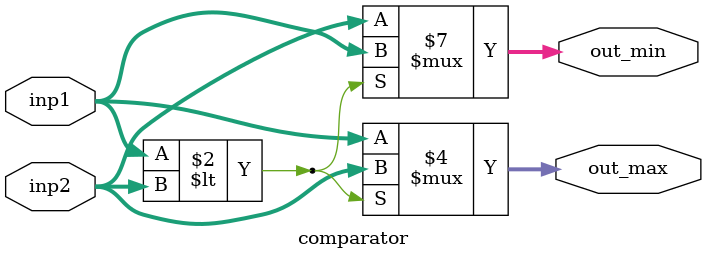
<source format=v>
module comparator
    #(parameter 
        DW = 8
    )
    (
        input wire [DW - 1: 0] inp1,
        input wire [DW - 1: 0] inp2,
        output reg [DW - 1: 0] out_min,
        output reg [DW - 1: 0] out_max
    );
	//wire [DW - 1: 0] out_min_in;
       // wire [DW - 1: 0] out_max_in;
    
    always@(inp1,inp2) 
  	  if (inp1 < inp2) begin
     	   	out_min = inp1;
       	   	out_max = inp2;
    	end 
	else begin
        	out_min = inp2;
       	        out_max = inp1;
    	end
   

	//assign out_min = out_min_in;
	//assign out_max = out_max_in;


endmodule


</source>
